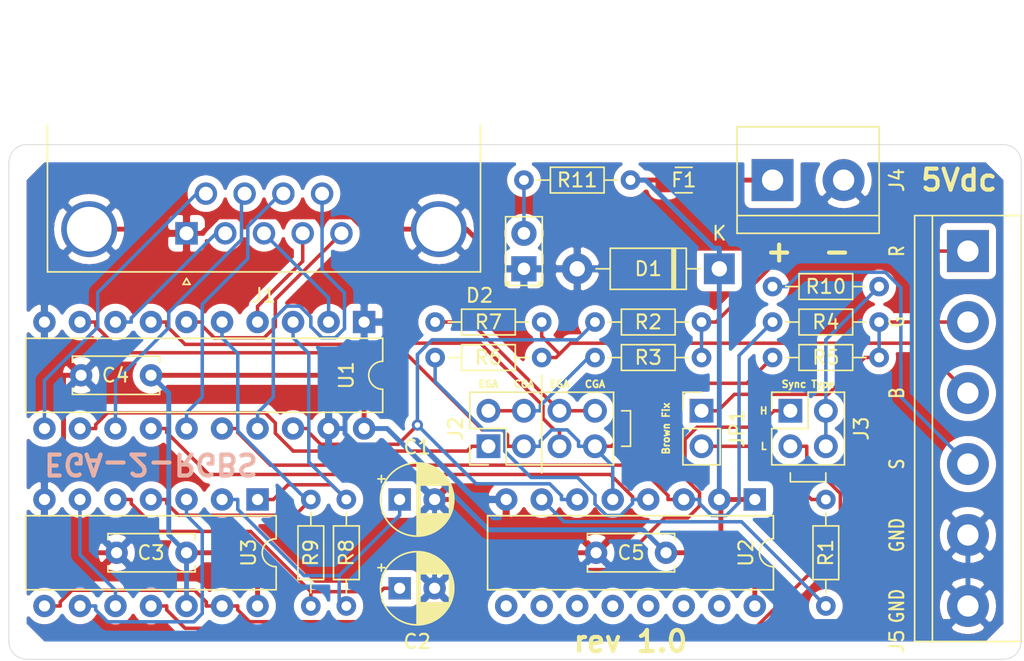
<source format=kicad_pcb>
(kicad_pcb (version 20171130) (host pcbnew 5.1.8-1.fc33)
  (layers (0 F.Cu signal) (31 B.Cu signal) (34 B.Paste user) (35 F.Paste user) (36 B.SilkS user) (37 F.SilkS user) (38 B.Mask user) (39 F.Mask user) (44 Edge.Cuts user))
  (net 0 "")
  (net 1 GND)
  (net 2 "Net-(C1-Pad1)")
  (net 3 "Net-(C2-Pad1)")
  (net 4 VCC)
  (net 5 "Net-(F1-Pad2)")
  (net 6 /IN_VS)
  (net 7 /IN_HS)
  (net 8 /IN_B_I)
  (net 9 /IN_G_I)
  (net 10 /IN_B)
  (net 11 /IN_G)
  (net 12 /IN_R)
  (net 13 /IN_R_I)
  (net 14 /INTENS_B)
  (net 15 /BUF_G_I)
  (net 16 /BUF_B_I)
  (net 17 /INTENS_R)
  (net 18 /BUF_R_I)
  (net 19 "Net-(J3-Pad2)")
  (net 20 /~C_SYNC_TTL)
  (net 21 /C_SYNC_TTL)
  (net 22 /ANALOG_CSYNC)
  (net 23 /ANALOG_R)
  (net 24 /ANALOG_B)
  (net 25 /ANALOG_G)
  (net 26 "Net-(JP1-Pad2)")
  (net 27 "Net-(R1-Pad1)")
  (net 28 /BUF_R)
  (net 29 /BUF_G)
  (net 30 /BUF_B)
  (net 31 /BUF_VS)
  (net 32 /BUF_HS)
  (net 33 "Net-(U3-Pad10)")
  (net 34 "Net-(U3-Pad3)")
  (net 35 "Net-(D2-Pad2)")
  (module Capacitor_THT:CP_Radial_D5.0mm_P2.50mm (layer F.Cu) (at 116.84 67.31)
    (fp_text reference C2 (at 1.25 3.81) (layer F.SilkS))
    (fp_text value 1uF)
    (pad 2 thru_hole circle (at 2.5 0) (size 1.6 1.6) (drill 0.8) (layers *.Cu *.Mask) (net 1 GND))
    (pad 1 thru_hole rect (at 0 0) (size 1.6 1.6) (drill 0.8) (layers *.Cu *.Mask) (net 3 "Net-(C2-Pad1)"))
  )
  (module Capacitor_THT:CP_Radial_D5.0mm_P2.50mm (layer F.Cu) (at 116.84 60.96)
    (fp_text reference C1 (at 1.25 -3.75) (layer F.SilkS))
    (fp_text value 1uF)
    (pad 2 thru_hole circle (at 2.5 0) (size 1.6 1.6) (drill 0.8) (layers *.Cu *.Mask) (net 1 GND))
    (pad 1 thru_hole rect (at 0 0) (size 1.6 1.6) (drill 0.8) (layers *.Cu *.Mask) (net 2 "Net-(C1-Pad1)"))
  )
  (module Resistor_THT:R_Axial_DIN0204_L3.6mm_D1.6mm_P7.62mm_Horizontal (layer F.Cu) (at 125.73 38.1)
    (fp_text reference R11 (at 3.81 0) (layer F.SilkS))
    (fp_text value 1k)
    (pad 2 thru_hole oval (at 7.62 0) (size 1.4 1.4) (drill 0.7) (layers *.Cu *.Mask) (net 4 VCC))
    (pad 1 thru_hole circle (at 0 0) (size 1.4 1.4) (drill 0.7) (layers *.Cu *.Mask) (net 35 "Net-(D2-Pad2)"))
  )
  (module LED_THT:LED_D2.0mm_W4.8mm_H2.5mm_FlatTop (layer F.Cu) (at 125.73 44.45 90)
    (fp_text reference D2 (at -1.905 -3.175) (layer F.SilkS))
    (fp_text value Power)
    (pad 2 thru_hole circle (at 2.54 0 90) (size 1.8 1.8) (drill 0.9) (layers *.Cu *.Mask) (net 35 "Net-(D2-Pad2)"))
    (pad 1 thru_hole rect (at 0 0 90) (size 1.8 1.8) (drill 0.9) (layers *.Cu *.Mask) (net 1 GND))
  )
  (module Diode_THT:D_DO-41_SOD81_P10.16mm_Horizontal (layer F.Cu) (at 139.7 44.45 180)
    (fp_text reference D1 (at 5.08 0) (layer F.SilkS))
    (fp_text value 1N4733A)
    (fp_text user K (at 0 2.54) (layer F.SilkS))
    (pad 2 thru_hole oval (at 10.16 0 180) (size 2.2 2.2) (drill 1.1) (layers *.Cu *.Mask) (net 1 GND))
    (pad 1 thru_hole rect (at 0 0 180) (size 2.2 2.2) (drill 1.1) (layers *.Cu *.Mask) (net 4 VCC))
  )
  (module Package_DIP:DIP-14_W7.62mm (layer F.Cu) (at 106.68 60.96 270)
    (fp_text reference U3 (at 3.81 0.635 90) (layer F.SilkS))
    (fp_text value 74LS86)
    (pad 14 thru_hole oval (at 7.62 0 270) (size 1.6 1.6) (drill 0.8) (layers *.Cu *.Mask) (net 4 VCC))
    (pad 7 thru_hole oval (at 0 15.24 270) (size 1.6 1.6) (drill 0.8) (layers *.Cu *.Mask) (net 1 GND))
    (pad 13 thru_hole oval (at 7.62 2.54 270) (size 1.6 1.6) (drill 0.8) (layers *.Cu *.Mask) (net 21 /C_SYNC_TTL))
    (pad 6 thru_hole oval (at 0 12.7 270) (size 1.6 1.6) (drill 0.8) (layers *.Cu *.Mask) (net 33 "Net-(U3-Pad10)"))
    (pad 12 thru_hole oval (at 7.62 5.08 270) (size 1.6 1.6) (drill 0.8) (layers *.Cu *.Mask) (net 4 VCC))
    (pad 5 thru_hole oval (at 0 10.16 270) (size 1.6 1.6) (drill 0.8) (layers *.Cu *.Mask) (net 3 "Net-(C2-Pad1)"))
    (pad 11 thru_hole oval (at 7.62 7.62 270) (size 1.6 1.6) (drill 0.8) (layers *.Cu *.Mask) (net 20 /~C_SYNC_TTL))
    (pad 4 thru_hole oval (at 0 7.62 270) (size 1.6 1.6) (drill 0.8) (layers *.Cu *.Mask) (net 32 /BUF_HS))
    (pad 10 thru_hole oval (at 7.62 10.16 270) (size 1.6 1.6) (drill 0.8) (layers *.Cu *.Mask) (net 33 "Net-(U3-Pad10)"))
    (pad 3 thru_hole oval (at 0 5.08 270) (size 1.6 1.6) (drill 0.8) (layers *.Cu *.Mask) (net 34 "Net-(U3-Pad3)"))
    (pad 9 thru_hole oval (at 7.62 12.7 270) (size 1.6 1.6) (drill 0.8) (layers *.Cu *.Mask) (net 34 "Net-(U3-Pad3)"))
    (pad 2 thru_hole oval (at 0 2.54 270) (size 1.6 1.6) (drill 0.8) (layers *.Cu *.Mask) (net 2 "Net-(C1-Pad1)"))
    (pad 8 thru_hole oval (at 7.62 15.24 270) (size 1.6 1.6) (drill 0.8) (layers *.Cu *.Mask) (net 21 /C_SYNC_TTL))
    (pad 1 thru_hole rect (at 0 0 270) (size 1.6 1.6) (drill 0.8) (layers *.Cu *.Mask) (net 31 /BUF_VS))
  )
  (module Package_DIP:DIP-16_W7.62mm (layer F.Cu) (at 142.24 60.96 270)
    (fp_text reference U2 (at 3.81 0.635 90) (layer F.SilkS))
    (fp_text value 74LS138)
    (pad 16 thru_hole oval (at 7.62 0 270) (size 1.6 1.6) (drill 0.8) (layers *.Cu *.Mask) (net 4 VCC))
    (pad 8 thru_hole oval (at 0 17.78 270) (size 1.6 1.6) (drill 0.8) (layers *.Cu *.Mask) (net 1 GND))
    (pad 15 thru_hole oval (at 7.62 2.54 270) (size 1.6 1.6) (drill 0.8) (layers *.Cu *.Mask))
    (pad 7 thru_hole oval (at 0 15.24 270) (size 1.6 1.6) (drill 0.8) (layers *.Cu *.Mask) (net 27 "Net-(R1-Pad1)"))
    (pad 14 thru_hole oval (at 7.62 5.08 270) (size 1.6 1.6) (drill 0.8) (layers *.Cu *.Mask))
    (pad 6 thru_hole oval (at 0 12.7 270) (size 1.6 1.6) (drill 0.8) (layers *.Cu *.Mask) (net 28 /BUF_R))
    (pad 13 thru_hole oval (at 7.62 7.62 270) (size 1.6 1.6) (drill 0.8) (layers *.Cu *.Mask))
    (pad 5 thru_hole oval (at 0 10.16 270) (size 1.6 1.6) (drill 0.8) (layers *.Cu *.Mask) (net 15 /BUF_G_I))
    (pad 12 thru_hole oval (at 7.62 10.16 270) (size 1.6 1.6) (drill 0.8) (layers *.Cu *.Mask))
    (pad 4 thru_hole oval (at 0 7.62 270) (size 1.6 1.6) (drill 0.8) (layers *.Cu *.Mask) (net 30 /BUF_B))
    (pad 11 thru_hole oval (at 7.62 12.7 270) (size 1.6 1.6) (drill 0.8) (layers *.Cu *.Mask))
    (pad 3 thru_hole oval (at 0 5.08 270) (size 1.6 1.6) (drill 0.8) (layers *.Cu *.Mask) (net 29 /BUF_G))
    (pad 10 thru_hole oval (at 7.62 15.24 270) (size 1.6 1.6) (drill 0.8) (layers *.Cu *.Mask))
    (pad 2 thru_hole oval (at 0 2.54 270) (size 1.6 1.6) (drill 0.8) (layers *.Cu *.Mask) (net 4 VCC))
    (pad 9 thru_hole oval (at 7.62 17.78 270) (size 1.6 1.6) (drill 0.8) (layers *.Cu *.Mask))
    (pad 1 thru_hole rect (at 0 0 270) (size 1.6 1.6) (drill 0.8) (layers *.Cu *.Mask) (net 4 VCC))
  )
  (module Package_DIP:DIP-20_W7.62mm (layer F.Cu) (at 114.3 48.26 270)
    (fp_text reference U1 (at 3.81 1.27 90) (layer F.SilkS))
    (fp_text value 74LS244)
    (pad 20 thru_hole oval (at 7.62 0 270) (size 1.6 1.6) (drill 0.8) (layers *.Cu *.Mask) (net 4 VCC))
    (pad 10 thru_hole oval (at 0 22.86 270) (size 1.6 1.6) (drill 0.8) (layers *.Cu *.Mask) (net 1 GND))
    (pad 19 thru_hole oval (at 7.62 2.54 270) (size 1.6 1.6) (drill 0.8) (layers *.Cu *.Mask) (net 1 GND))
    (pad 9 thru_hole oval (at 0 20.32 270) (size 1.6 1.6) (drill 0.8) (layers *.Cu *.Mask) (net 15 /BUF_G_I))
    (pad 18 thru_hole oval (at 7.62 5.08 270) (size 1.6 1.6) (drill 0.8) (layers *.Cu *.Mask) (net 28 /BUF_R))
    (pad 8 thru_hole oval (at 0 17.78 270) (size 1.6 1.6) (drill 0.8) (layers *.Cu *.Mask) (net 13 /IN_R_I))
    (pad 17 thru_hole oval (at 7.62 7.62 270) (size 1.6 1.6) (drill 0.8) (layers *.Cu *.Mask) (net 6 /IN_VS))
    (pad 7 thru_hole oval (at 0 15.24 270) (size 1.6 1.6) (drill 0.8) (layers *.Cu *.Mask) (net 16 /BUF_B_I))
    (pad 16 thru_hole oval (at 7.62 10.16 270) (size 1.6 1.6) (drill 0.8) (layers *.Cu *.Mask) (net 29 /BUF_G))
    (pad 6 thru_hole oval (at 0 12.7 270) (size 1.6 1.6) (drill 0.8) (layers *.Cu *.Mask) (net 10 /IN_B))
    (pad 15 thru_hole oval (at 7.62 12.7 270) (size 1.6 1.6) (drill 0.8) (layers *.Cu *.Mask) (net 7 /IN_HS))
    (pad 5 thru_hole oval (at 0 10.16 270) (size 1.6 1.6) (drill 0.8) (layers *.Cu *.Mask) (net 32 /BUF_HS))
    (pad 14 thru_hole oval (at 7.62 15.24 270) (size 1.6 1.6) (drill 0.8) (layers *.Cu *.Mask) (net 30 /BUF_B))
    (pad 4 thru_hole oval (at 0 7.62 270) (size 1.6 1.6) (drill 0.8) (layers *.Cu *.Mask) (net 11 /IN_G))
    (pad 13 thru_hole oval (at 7.62 17.78 270) (size 1.6 1.6) (drill 0.8) (layers *.Cu *.Mask) (net 8 /IN_B_I))
    (pad 3 thru_hole oval (at 0 5.08 270) (size 1.6 1.6) (drill 0.8) (layers *.Cu *.Mask) (net 31 /BUF_VS))
    (pad 12 thru_hole oval (at 7.62 20.32 270) (size 1.6 1.6) (drill 0.8) (layers *.Cu *.Mask) (net 18 /BUF_R_I))
    (pad 2 thru_hole oval (at 0 2.54 270) (size 1.6 1.6) (drill 0.8) (layers *.Cu *.Mask) (net 12 /IN_R))
    (pad 11 thru_hole oval (at 7.62 22.86 270) (size 1.6 1.6) (drill 0.8) (layers *.Cu *.Mask) (net 9 /IN_G_I))
    (pad 1 thru_hole rect (at 0 0 270) (size 1.6 1.6) (drill 0.8) (layers *.Cu *.Mask) (net 1 GND))
  )
  (module Resistor_THT:R_Axial_DIN0204_L3.6mm_D1.6mm_P7.62mm_Horizontal (layer F.Cu) (at 151.13 45.72 180)
    (fp_text reference R10 (at 3.81 0) (layer F.SilkS))
    (fp_text value 470)
    (pad 2 thru_hole oval (at 7.62 0 180) (size 1.4 1.4) (drill 0.7) (layers *.Cu *.Mask) (net 22 /ANALOG_CSYNC))
    (pad 1 thru_hole circle (at 0 0 180) (size 1.4 1.4) (drill 0.7) (layers *.Cu *.Mask) (net 19 "Net-(J3-Pad2)"))
  )
  (module Resistor_THT:R_Axial_DIN0204_L3.6mm_D1.6mm_P7.62mm_Horizontal (layer F.Cu) (at 110.49 60.96 270)
    (fp_text reference R9 (at 3.81 0 90) (layer F.SilkS))
    (fp_text value 10k)
    (pad 2 thru_hole oval (at 7.62 0 270) (size 1.4 1.4) (drill 0.7) (layers *.Cu *.Mask) (net 3 "Net-(C2-Pad1)"))
    (pad 1 thru_hole circle (at 0 0 270) (size 1.4 1.4) (drill 0.7) (layers *.Cu *.Mask) (net 32 /BUF_HS))
  )
  (module Resistor_THT:R_Axial_DIN0204_L3.6mm_D1.6mm_P7.62mm_Horizontal (layer F.Cu) (at 113.03 60.96 270)
    (fp_text reference R8 (at 3.81 0 90) (layer F.SilkS))
    (fp_text value 10k)
    (pad 2 thru_hole oval (at 7.62 0 270) (size 1.4 1.4) (drill 0.7) (layers *.Cu *.Mask) (net 2 "Net-(C1-Pad1)"))
    (pad 1 thru_hole circle (at 0 0 270) (size 1.4 1.4) (drill 0.7) (layers *.Cu *.Mask) (net 31 /BUF_VS))
  )
  (module Resistor_THT:R_Axial_DIN0204_L3.6mm_D1.6mm_P7.62mm_Horizontal (layer F.Cu) (at 119.38 48.26)
    (fp_text reference R7 (at 3.81 0) (layer F.SilkS))
    (fp_text value 1.5k)
    (pad 2 thru_hole oval (at 7.62 0) (size 1.4 1.4) (drill 0.7) (layers *.Cu *.Mask) (net 24 /ANALOG_B))
    (pad 1 thru_hole circle (at 0 0) (size 1.4 1.4) (drill 0.7) (layers *.Cu *.Mask) (net 14 /INTENS_B))
  )
  (module Resistor_THT:R_Axial_DIN0204_L3.6mm_D1.6mm_P7.62mm_Horizontal (layer F.Cu) (at 119.38 50.8)
    (fp_text reference R6 (at 3.81 0) (layer F.SilkS))
    (fp_text value 470)
    (pad 2 thru_hole oval (at 7.62 0) (size 1.4 1.4) (drill 0.7) (layers *.Cu *.Mask) (net 24 /ANALOG_B))
    (pad 1 thru_hole circle (at 0 0) (size 1.4 1.4) (drill 0.7) (layers *.Cu *.Mask) (net 30 /BUF_B))
  )
  (module Resistor_THT:R_Axial_DIN0204_L3.6mm_D1.6mm_P7.62mm_Horizontal (layer F.Cu) (at 143.51 50.8)
    (fp_text reference R5 (at 3.81 0) (layer F.SilkS))
    (fp_text value 1.5k)
    (pad 2 thru_hole oval (at 7.62 0) (size 1.4 1.4) (drill 0.7) (layers *.Cu *.Mask) (net 25 /ANALOG_G))
    (pad 1 thru_hole circle (at 0 0) (size 1.4 1.4) (drill 0.7) (layers *.Cu *.Mask) (net 15 /BUF_G_I))
  )
  (module Resistor_THT:R_Axial_DIN0204_L3.6mm_D1.6mm_P7.62mm_Horizontal (layer F.Cu) (at 143.51 48.26)
    (fp_text reference R4 (at 3.81 0) (layer F.SilkS))
    (fp_text value 470)
    (pad 2 thru_hole oval (at 7.62 0) (size 1.4 1.4) (drill 0.7) (layers *.Cu *.Mask) (net 25 /ANALOG_G))
    (pad 1 thru_hole circle (at 0 0) (size 1.4 1.4) (drill 0.7) (layers *.Cu *.Mask) (net 29 /BUF_G))
  )
  (module Resistor_THT:R_Axial_DIN0204_L3.6mm_D1.6mm_P7.62mm_Horizontal (layer F.Cu) (at 130.81 50.8)
    (fp_text reference R3 (at 3.81 0) (layer F.SilkS))
    (fp_text value 1.5k)
    (pad 2 thru_hole oval (at 7.62 0) (size 1.4 1.4) (drill 0.7) (layers *.Cu *.Mask) (net 23 /ANALOG_R))
    (pad 1 thru_hole circle (at 0 0) (size 1.4 1.4) (drill 0.7) (layers *.Cu *.Mask) (net 17 /INTENS_R))
  )
  (module Resistor_THT:R_Axial_DIN0204_L3.6mm_D1.6mm_P7.62mm_Horizontal (layer F.Cu) (at 130.81 48.26)
    (fp_text reference R2 (at 3.81 0) (layer F.SilkS))
    (fp_text value 470)
    (pad 2 thru_hole oval (at 7.62 0) (size 1.4 1.4) (drill 0.7) (layers *.Cu *.Mask) (net 23 /ANALOG_R))
    (pad 1 thru_hole circle (at 0 0) (size 1.4 1.4) (drill 0.7) (layers *.Cu *.Mask) (net 28 /BUF_R))
  )
  (module Resistor_THT:R_Axial_DIN0204_L3.6mm_D1.6mm_P7.62mm_Horizontal (layer F.Cu) (at 147.32 68.58 90)
    (fp_text reference R1 (at 3.81 0 90) (layer F.SilkS))
    (fp_text value 2k)
    (pad 2 thru_hole oval (at 7.62 0 90) (size 1.4 1.4) (drill 0.7) (layers *.Cu *.Mask) (net 26 "Net-(JP1-Pad2)"))
    (pad 1 thru_hole circle (at 0 0 90) (size 1.4 1.4) (drill 0.7) (layers *.Cu *.Mask) (net 27 "Net-(R1-Pad1)"))
  )
  (module Connector_PinHeader_2.54mm:PinHeader_1x02_P2.54mm_Vertical (layer F.Cu) (at 138.43 54.61)
    (fp_text reference JP1 (at 2.54 1.27 90) (layer F.SilkS))
    (fp_text value "C128 Color Fix")
    (pad 2 thru_hole oval (at 0 2.54) (size 1.7 1.7) (drill 1) (layers *.Cu *.Mask) (net 26 "Net-(JP1-Pad2)"))
    (pad 1 thru_hole rect (at 0 0) (size 1.7 1.7) (drill 1) (layers *.Cu *.Mask) (net 25 /ANALOG_G))
  )
  (module TerminalBlock:TerminalBlock_bornier-6_P5.08mm (layer F.Cu) (at 157.48 43.18 270)
    (fp_text reference J5 (at 27.94 5.08 90) (layer F.SilkS))
    (fp_text value "Video Out")
    (pad 6 thru_hole circle (at 25.4 0 270) (size 3 3) (drill 1.52) (layers *.Cu *.Mask) (net 1 GND))
    (pad 5 thru_hole circle (at 20.32 0 270) (size 3 3) (drill 1.52) (layers *.Cu *.Mask) (net 1 GND))
    (pad 4 thru_hole circle (at 15.24 0 270) (size 3 3) (drill 1.52) (layers *.Cu *.Mask) (net 22 /ANALOG_CSYNC))
    (pad 1 thru_hole rect (at 0 0 270) (size 3 3) (drill 1.52) (layers *.Cu *.Mask) (net 23 /ANALOG_R))
    (pad 3 thru_hole circle (at 10.16 0 270) (size 3 3) (drill 1.52) (layers *.Cu *.Mask) (net 24 /ANALOG_B))
    (pad 2 thru_hole circle (at 5.08 0 270) (size 3 3) (drill 1.52) (layers *.Cu *.Mask) (net 25 /ANALOG_G))
  )
  (module TerminalBlock:TerminalBlock_bornier-2_P5.08mm (layer F.Cu) (at 143.51 38.1)
    (fp_text reference J4 (at 8.89 0 90) (layer F.SilkS))
    (fp_text value Power)
    (pad 2 thru_hole circle (at 5.08 0) (size 3 3) (drill 1.52) (layers *.Cu *.Mask) (net 1 GND))
    (pad 1 thru_hole rect (at 0 0) (size 3 3) (drill 1.52) (layers *.Cu *.Mask) (net 5 "Net-(F1-Pad2)"))
  )
  (module Connector_PinHeader_2.54mm:PinHeader_2x02_P2.54mm_Vertical (layer F.Cu) (at 144.78 54.61)
    (fp_text reference J3 (at 5.08 1.27 -270) (layer F.SilkS))
    (fp_text value "CSync Selection")
    (pad 4 thru_hole oval (at 2.54 2.54) (size 1.7 1.7) (drill 1) (layers *.Cu *.Mask) (net 19 "Net-(J3-Pad2)"))
    (pad 3 thru_hole oval (at 0 2.54) (size 1.7 1.7) (drill 1) (layers *.Cu *.Mask) (net 20 /~C_SYNC_TTL))
    (pad 2 thru_hole oval (at 2.54 0) (size 1.7 1.7) (drill 1) (layers *.Cu *.Mask) (net 19 "Net-(J3-Pad2)"))
    (pad 1 thru_hole rect (at 0 0) (size 1.7 1.7) (drill 1) (layers *.Cu *.Mask) (net 21 /C_SYNC_TTL))
  )
  (module Connector_PinHeader_2.54mm:PinHeader_2x04_P2.54mm_Vertical (layer F.Cu) (at 123.19 57.15 90)
    (fp_text reference J2 (at 1.27 -2.33 90) (layer F.SilkS))
    (fp_text value "CGA/EGA Selection")
    (pad 8 thru_hole oval (at 2.54 7.62 90) (size 1.7 1.7) (drill 1) (layers *.Cu *.Mask) (net 14 /INTENS_B))
    (pad 7 thru_hole oval (at 0 7.62 90) (size 1.7 1.7) (drill 1) (layers *.Cu *.Mask) (net 15 /BUF_G_I))
    (pad 6 thru_hole oval (at 2.54 5.08 90) (size 1.7 1.7) (drill 1) (layers *.Cu *.Mask) (net 14 /INTENS_B))
    (pad 5 thru_hole oval (at 0 5.08 90) (size 1.7 1.7) (drill 1) (layers *.Cu *.Mask) (net 16 /BUF_B_I))
    (pad 4 thru_hole oval (at 2.54 2.54 90) (size 1.7 1.7) (drill 1) (layers *.Cu *.Mask) (net 17 /INTENS_R))
    (pad 3 thru_hole oval (at 0 2.54 90) (size 1.7 1.7) (drill 1) (layers *.Cu *.Mask) (net 15 /BUF_G_I))
    (pad 2 thru_hole oval (at 2.54 0 90) (size 1.7 1.7) (drill 1) (layers *.Cu *.Mask) (net 17 /INTENS_R))
    (pad 1 thru_hole rect (at 0 0 90) (size 1.7 1.7) (drill 1) (layers *.Cu *.Mask) (net 18 /BUF_R_I))
  )
  (module Connector_Dsub:DSUB-9_Female_Horizontal_P2.77x2.84mm_EdgePinOffset4.94mm_Housed_MountingHolesOffset7.48mm (layer F.Cu) (at 101.6 41.91 180)
    (fp_text reference J1 (at -5.54 -4.445) (layer F.SilkS))
    (fp_text value "EGA Input")
    (pad 0 thru_hole circle (at 6.96 0.3 180) (size 4 4) (drill 3.2) (layers *.Cu *.Mask) (net 1 GND))
    (pad 0 thru_hole circle (at -18.04 0.3 180) (size 4 4) (drill 3.2) (layers *.Cu *.Mask) (net 1 GND))
    (pad 9 thru_hole circle (at -9.695 2.84 180) (size 1.6 1.6) (drill 1) (layers *.Cu *.Mask) (net 6 /IN_VS))
    (pad 8 thru_hole circle (at -6.925 2.84 180) (size 1.6 1.6) (drill 1) (layers *.Cu *.Mask) (net 7 /IN_HS))
    (pad 7 thru_hole circle (at -4.155 2.84 180) (size 1.6 1.6) (drill 1) (layers *.Cu *.Mask) (net 8 /IN_B_I))
    (pad 6 thru_hole circle (at -1.385 2.84 180) (size 1.6 1.6) (drill 1) (layers *.Cu *.Mask) (net 9 /IN_G_I))
    (pad 5 thru_hole circle (at -11.08 0 180) (size 1.6 1.6) (drill 1) (layers *.Cu *.Mask) (net 10 /IN_B))
    (pad 4 thru_hole circle (at -8.31 0 180) (size 1.6 1.6) (drill 1) (layers *.Cu *.Mask) (net 11 /IN_G))
    (pad 3 thru_hole circle (at -5.54 0 180) (size 1.6 1.6) (drill 1) (layers *.Cu *.Mask) (net 12 /IN_R))
    (pad 2 thru_hole circle (at -2.77 0 180) (size 1.6 1.6) (drill 1) (layers *.Cu *.Mask) (net 13 /IN_R_I))
    (pad 1 thru_hole rect (at 0 0 180) (size 1.6 1.6) (drill 1) (layers *.Cu *.Mask) (net 1 GND))
  )
  (module Fuse:Fuse_1206_3216Metric (layer F.Cu) (at 137.16 38.1)
    (fp_text reference F1 (at 0 0) (layer F.SilkS))
    (fp_text value 250mA)
    (pad 2 smd roundrect (at 1.4 0) (size 1.25 1.75) (layers F.Cu F.Paste F.Mask) (roundrect_rratio 0.2) (net 5 "Net-(F1-Pad2)"))
    (pad 1 smd roundrect (at -1.4 0) (size 1.25 1.75) (layers F.Cu F.Paste F.Mask) (roundrect_rratio 0.2) (net 4 VCC))
  )
  (module Capacitor_THT:C_Disc_D6.0mm_W2.5mm_P5.00mm (layer F.Cu) (at 135.89 64.77 180)
    (fp_text reference C5 (at 2.5 0) (layer F.SilkS))
    (fp_text value 100nF)
    (pad 2 thru_hole circle (at 5 0 180) (size 1.6 1.6) (drill 0.8) (layers *.Cu *.Mask) (net 1 GND))
    (pad 1 thru_hole circle (at 0 0 180) (size 1.6 1.6) (drill 0.8) (layers *.Cu *.Mask) (net 4 VCC))
  )
  (module Capacitor_THT:C_Disc_D6.0mm_W2.5mm_P5.00mm (layer F.Cu) (at 99.06 52.07 180)
    (fp_text reference C4 (at 2.54 0) (layer F.SilkS))
    (fp_text value 100nF)
    (pad 2 thru_hole circle (at 5 0 180) (size 1.6 1.6) (drill 0.8) (layers *.Cu *.Mask) (net 1 GND))
    (pad 1 thru_hole circle (at 0 0 180) (size 1.6 1.6) (drill 0.8) (layers *.Cu *.Mask) (net 4 VCC))
  )
  (module Capacitor_THT:C_Disc_D6.0mm_W2.5mm_P5.00mm (layer F.Cu) (at 101.6 64.77 180)
    (fp_text reference C3 (at 2.54 0) (layer F.SilkS))
    (fp_text value 100nF)
    (pad 2 thru_hole circle (at 5 0 180) (size 1.6 1.6) (drill 0.8) (layers *.Cu *.Mask) (net 1 GND))
    (pad 1 thru_hole circle (at 0 0 180) (size 1.6 1.6) (drill 0.8) (layers *.Cu *.Mask) (net 4 VCC))
  )
  (gr_text EGA-2-RGBS (at 99.06 58.42 180) (layer B.SilkS) (effects (font (size 1.5 1.5) (thickness 0.3)) (justify mirror)))
  (gr_text "rev 1.0" (at 133.35 71.12) (layer F.SilkS) (effects (font (size 1.5 1.5) (thickness 0.3))))
  (gr_line (start 147.32 59.69) (end 147.32 59.055) (layer F.SilkS) (width 0.12))
  (gr_line (start 144.78 59.69) (end 147.32 59.69) (layer F.SilkS) (width 0.12))
  (gr_line (start 144.78 59.055) (end 144.78 59.69) (layer F.SilkS) (width 0.12))
  (gr_text L (at 142.875 57.15) (layer F.SilkS) (effects (font (size 0.5 0.5) (thickness 0.125))))
  (gr_text H (at 142.875 54.61) (layer F.SilkS) (effects (font (size 0.5 0.5) (thickness 0.125))))
  (gr_text "Sync Type" (at 146.05 52.705) (layer F.SilkS) (effects (font (size 0.5 0.5) (thickness 0.125))))
  (gr_line (start 133.35 57.15) (end 132.715 57.15) (layer F.SilkS) (width 0.12))
  (gr_line (start 133.35 54.61) (end 133.35 57.15) (layer F.SilkS) (width 0.12))
  (gr_line (start 132.715 54.61) (end 133.35 54.61) (layer F.SilkS) (width 0.12))
  (gr_line (start 127 58.42) (end 127 59.055) (layer F.SilkS) (width 0.12))
  (gr_line (start 127 52.705) (end 127 52.07) (layer F.SilkS) (width 0.12))
  (gr_line (start 127 52.705) (end 127 58.42) (layer F.SilkS) (width 0.12))
  (gr_text CGA (at 130.81 52.705) (layer F.SilkS) (effects (font (size 0.5 0.5) (thickness 0.125))))
  (gr_text CGA (at 125.73 52.705) (layer F.SilkS) (effects (font (size 0.5 0.5) (thickness 0.125))))
  (gr_text EGA (at 128.27 52.705) (layer F.SilkS) (effects (font (size 0.5 0.5) (thickness 0.125))))
  (gr_text EGA (at 123.19 52.705) (layer F.SilkS) (effects (font (size 0.5 0.5) (thickness 0.125))))
  (gr_text "Brown Fix" (at 135.89 55.88 90) (layer F.SilkS) (effects (font (size 0.5 0.5) (thickness 0.125))))
  (gr_text R (at 152.4 43.18 90) (layer F.SilkS) (effects (font (size 1 0.8))))
  (gr_text G (at 152.4 48.26 90) (layer F.SilkS) (effects (font (size 1 0.8))))
  (gr_text B (at 152.4 53.34 90) (layer F.SilkS) (effects (font (size 1 0.8))))
  (gr_text S (at 152.4 58.42 90) (layer F.SilkS) (effects (font (size 1 0.8))))
  (gr_text GND (at 152.4 63.5 90) (layer F.SilkS) (effects (font (size 1 0.8))))
  (gr_text GND (at 152.4 68.58 90) (layer F.SilkS) (effects (font (size 1 0.8))))
  (gr_text "+  -" (at 146.05 43.18) (layer F.SilkS) (effects (font (size 1.5 1.5) (thickness 0.3))))
  (gr_text 5Vdc (at 156.845 38.1) (layer F.SilkS) (effects (font (size 1.5 1.5) (thickness 0.3))))
  (gr_line (start 90.17 72.39) (end 160.02 72.39) (layer Edge.Cuts) (width 0.05))
  (gr_line (start 161.29 71.12) (end 161.29 36.83) (layer Edge.Cuts) (width 0.05))
  (gr_arc (start 160.02 71.12) (end 160.02 72.39) (angle -90) (layer Edge.Cuts) (width 0.05))
  (gr_line (start 88.9 71.12) (end 88.9 36.83) (layer Edge.Cuts) (width 0.05))
  (gr_arc (start 90.17 71.12) (end 88.9 71.12) (angle -90) (layer Edge.Cuts) (width 0.05))
  (gr_line (start 160.02 35.56) (end 90.17 35.56) (layer Edge.Cuts) (width 0.05))
  (gr_arc (start 160.02 36.83) (end 161.29 36.83) (angle -90) (layer Edge.Cuts) (width 0.05))
  (gr_arc (start 90.17 36.83) (end 90.17 35.56) (angle -90) (layer Edge.Cuts) (width 0.05))
  (segment (start 130.89 64.77) (end 133.0519 66.9319) (width 0.35) (layer B.Cu) (net 1))
  (segment (start 133.0519 66.9319) (end 142.2648 66.9319) (width 0.35) (layer B.Cu) (net 1))
  (segment (start 142.2648 66.9319) (end 145.021 69.6881) (width 0.35) (layer B.Cu) (net 1))
  (segment (start 145.021 69.6881) (end 156.3719 69.6881) (width 0.35) (layer B.Cu) (net 1))
  (segment (start 156.3719 69.6881) (end 157.48 68.58) (width 0.35) (layer B.Cu) (net 1))
  (segment (start 129.54 44.45) (end 131.0153 44.45) (width 0.35) (layer F.Cu) (net 1))
  (segment (start 131.0153 44.45) (end 132.4906 42.9747) (width 0.35) (layer F.Cu) (net 1))
  (segment (start 132.4906 42.9747) (end 143.7153 42.9747) (width 0.35) (layer F.Cu) (net 1))
  (segment (start 143.7153 42.9747) (end 148.59 38.1) (width 0.35) (layer F.Cu) (net 1))
  (segment (start 125.73 44.45) (end 129.54 44.45) (width 0.35) (layer F.Cu) (net 1))
  (segment (start 114.3 41.61) (end 113.4246 40.7346) (width 0.35) (layer F.Cu) (net 1))
  (segment (start 113.4246 40.7346) (end 103.8772 40.7346) (width 0.35) (layer F.Cu) (net 1))
  (segment (start 103.8772 40.7346) (end 102.7753 41.8365) (width 0.35) (layer F.Cu) (net 1))
  (segment (start 102.7753 41.8365) (end 102.7753 41.91) (width 0.35) (layer F.Cu) (net 1))
  (segment (start 114.3 48.26) (end 114.3 41.61) (width 0.35) (layer F.Cu) (net 1))
  (segment (start 114.3 41.61) (end 119.64 41.61) (width 0.35) (layer F.Cu) (net 1))
  (segment (start 119.64 41.61) (end 121.6147 41.61) (width 0.35) (layer F.Cu) (net 1))
  (segment (start 121.6147 41.61) (end 124.4547 44.45) (width 0.35) (layer F.Cu) (net 1))
  (segment (start 125.73 44.45) (end 124.4547 44.45) (width 0.35) (layer F.Cu) (net 1))
  (segment (start 101.6 41.91) (end 100.4247 41.91) (width 0.35) (layer F.Cu) (net 1))
  (segment (start 94.64 41.61) (end 100.1247 41.61) (width 0.35) (layer F.Cu) (net 1))
  (segment (start 100.1247 41.61) (end 100.4247 41.91) (width 0.35) (layer F.Cu) (net 1))
  (segment (start 91.44 60.96) (end 91.44 59.7847) (width 0.35) (layer F.Cu) (net 1))
  (segment (start 92.8046 52.07) (end 92.8046 58.4201) (width 0.35) (layer F.Cu) (net 1))
  (segment (start 92.8046 58.4201) (end 91.44 59.7847) (width 0.35) (layer F.Cu) (net 1))
  (segment (start 92.8046 52.07) (end 92.71 52.07) (width 0.35) (layer F.Cu) (net 1))
  (segment (start 92.71 52.07) (end 91.44 50.8) (width 0.35) (layer F.Cu) (net 1))
  (segment (start 91.44 50.8) (end 91.44 48.26) (width 0.35) (layer F.Cu) (net 1))
  (segment (start 94.06 52.07) (end 92.8046 52.07) (width 0.35) (layer F.Cu) (net 1))
  (segment (start 119.34 60.96) (end 124.46 60.96) (width 0.35) (layer F.Cu) (net 1))
  (segment (start 114.3 48.26) (end 114.3 49.4353) (width 0.35) (layer B.Cu) (net 1))
  (segment (start 114.3 49.4353) (end 112.9353 50.8) (width 0.35) (layer B.Cu) (net 1))
  (segment (start 112.9353 50.8) (end 112.9353 55.88) (width 0.35) (layer B.Cu) (net 1))
  (segment (start 101.6 41.91) (end 102.7753 41.91) (width 0.35) (layer F.Cu) (net 1))
  (segment (start 112.9353 55.88) (end 112.9353 56.2474) (width 0.35) (layer B.Cu) (net 1))
  (segment (start 112.9353 56.2474) (end 113.7432 57.0553) (width 0.35) (layer B.Cu) (net 1))
  (segment (start 113.7432 57.0553) (end 115.4353 57.0553) (width 0.35) (layer B.Cu) (net 1))
  (segment (start 115.4353 57.0553) (end 119.34 60.96) (width 0.35) (layer B.Cu) (net 1))
  (segment (start 119.34 60.96) (end 119.34 67.31) (width 0.35) (layer B.Cu) (net 1))
  (segment (start 111.76 55.88) (end 112.9353 55.88) (width 0.35) (layer B.Cu) (net 1))
  (segment (start 157.48 68.58) (end 157.48 63.5) (width 0.35) (layer B.Cu) (net 1))
  (segment (start 91.44 48.26) (end 91.44 44.81) (width 0.35) (layer B.Cu) (net 1))
  (segment (start 91.44 44.81) (end 94.64 41.61) (width 0.35) (layer B.Cu) (net 1))
  (segment (start 130.89 64.77) (end 125.73 64.77) (width 0.35) (layer F.Cu) (net 1))
  (segment (start 125.73 64.77) (end 124.46 63.5) (width 0.35) (layer F.Cu) (net 1))
  (segment (start 124.46 63.5) (end 124.46 60.96) (width 0.35) (layer F.Cu) (net 1))
  (segment (start 96.6 64.77) (end 92.71 64.77) (width 0.35) (layer F.Cu) (net 1))
  (segment (start 92.71 64.77) (end 91.44 63.5) (width 0.35) (layer F.Cu) (net 1))
  (segment (start 91.44 63.5) (end 91.44 60.96) (width 0.35) (layer F.Cu) (net 1))
  (segment (start 104.14 60.96) (end 105.2653 60.96) (width 0.25) (layer B.Cu) (net 2))
  (segment (start 112.5174 66.4079) (end 116.84 62.0853) (width 0.25) (layer B.Cu) (net 2))
  (segment (start 112.5174 68.58) (end 112.5174 66.4079) (width 0.25) (layer B.Cu) (net 2))
  (segment (start 105.2653 60.96) (end 105.2653 61.6633) (width 0.25) (layer B.Cu) (net 2))
  (segment (start 105.2653 61.6633) (end 110.0099 66.4079) (width 0.25) (layer B.Cu) (net 2))
  (segment (start 110.0099 66.4079) (end 112.5174 66.4079) (width 0.25) (layer B.Cu) (net 2))
  (segment (start 116.84 60.96) (end 116.84 62.0853) (width 0.25) (layer B.Cu) (net 2))
  (segment (start 113.03 68.58) (end 112.5174 68.58) (width 0.25) (layer B.Cu) (net 2))
  (segment (start 116.84 67.31) (end 115.7147 67.31) (width 0.25) (layer F.Cu) (net 3))
  (segment (start 97.6453 60.96) (end 97.6453 61.2413) (width 0.25) (layer F.Cu) (net 3))
  (segment (start 97.6453 61.2413) (end 99.6473 63.2433) (width 0.25) (layer F.Cu) (net 3))
  (segment (start 99.6473 63.2433) (end 106.1786 63.2433) (width 0.25) (layer F.Cu) (net 3))
  (segment (start 106.1786 63.2433) (end 110.49 67.5547) (width 0.25) (layer F.Cu) (net 3))
  (segment (start 110.49 67.5547) (end 115.47 67.5547) (width 0.25) (layer F.Cu) (net 3))
  (segment (start 115.47 67.5547) (end 115.7147 67.31) (width 0.25) (layer F.Cu) (net 3))
  (segment (start 110.49 68.58) (end 110.49 67.5547) (width 0.25) (layer F.Cu) (net 3))
  (segment (start 96.52 60.96) (end 97.6453 60.96) (width 0.25) (layer F.Cu) (net 3))
  (segment (start 139.7 44.45) (end 139.7 42.9747) (width 0.35) (layer B.Cu) (net 4))
  (segment (start 133.35 38.1) (end 134.4253 38.1) (width 0.35) (layer B.Cu) (net 4))
  (segment (start 134.4253 38.1) (end 139.3 42.9747) (width 0.35) (layer B.Cu) (net 4))
  (segment (start 139.3 42.9747) (end 139.7 42.9747) (width 0.35) (layer B.Cu) (net 4))
  (segment (start 139.7 60.96) (end 139.7 44.45) (width 0.35) (layer B.Cu) (net 4))
  (segment (start 114.3 55.88) (end 115.9439 55.88) (width 0.35) (layer B.Cu) (net 4))
  (segment (start 115.9439 55.88) (end 123.1925 63.1286) (width 0.35) (layer B.Cu) (net 4))
  (segment (start 123.1925 63.1286) (end 134.2486 63.1286) (width 0.35) (layer B.Cu) (net 4))
  (segment (start 134.2486 63.1286) (end 135.89 64.77) (width 0.35) (layer B.Cu) (net 4))
  (segment (start 139.8126 64.77) (end 140.97 64.77) (width 0.35) (layer F.Cu) (net 4))
  (segment (start 140.97 64.77) (end 142.24 66.04) (width 0.35) (layer F.Cu) (net 4))
  (segment (start 142.24 66.04) (end 142.24 68.58) (width 0.35) (layer F.Cu) (net 4))
  (segment (start 135.89 64.77) (end 139.8126 64.77) (width 0.35) (layer F.Cu) (net 4))
  (segment (start 139.8126 60.96) (end 139.7 60.96) (width 0.35) (layer F.Cu) (net 4))
  (segment (start 142.24 60.96) (end 139.8126 60.96) (width 0.35) (layer F.Cu) (net 4))
  (segment (start 139.8126 64.77) (end 139.8126 60.96) (width 0.35) (layer F.Cu) (net 4))
  (segment (start 99.06 52.07) (end 100.33 53.34) (width 0.35) (layer B.Cu) (net 4))
  (segment (start 100.33 53.34) (end 100.33 63.5) (width 0.35) (layer B.Cu) (net 4))
  (segment (start 100.33 63.5) (end 101.6 64.77) (width 0.35) (layer B.Cu) (net 4))
  (segment (start 101.6 64.77) (end 101.6 68.58) (width 0.35) (layer B.Cu) (net 4))
  (segment (start 101.6 64.77) (end 105.41 64.77) (width 0.35) (layer F.Cu) (net 4))
  (segment (start 105.41 64.77) (end 106.68 66.04) (width 0.35) (layer F.Cu) (net 4))
  (segment (start 106.68 66.04) (end 106.68 68.58) (width 0.35) (layer F.Cu) (net 4))
  (segment (start 99.06 52.07) (end 113.03 52.07) (width 0.35) (layer F.Cu) (net 4))
  (segment (start 113.03 52.07) (end 114.3 53.34) (width 0.35) (layer F.Cu) (net 4))
  (segment (start 114.3 53.34) (end 114.3 55.88) (width 0.35) (layer F.Cu) (net 4))
  (segment (start 135.76 38.1) (end 133.35 38.1) (width 0.35) (layer F.Cu) (net 4))
  (segment (start 143.51 38.1) (end 138.56 38.1) (width 0.35) (layer F.Cu) (net 5))
  (segment (start 106.68 55.88) (end 106.68 54.7547) (width 0.25) (layer B.Cu) (net 6))
  (segment (start 111.295 39.07) (end 111.295 44.5679) (width 0.25) (layer B.Cu) (net 6))
  (segment (start 111.295 44.5679) (end 112.8972 46.1701) (width 0.25) (layer B.Cu) (net 6))
  (segment (start 112.8972 46.1701) (end 112.8972 48.7262) (width 0.25) (layer B.Cu) (net 6))
  (segment (start 112.8972 48.7262) (end 112.238 49.3854) (width 0.25) (layer B.Cu) (net 6))
  (segment (start 112.238 49.3854) (end 111.2879 49.3854) (width 0.25) (layer B.Cu) (net 6))
  (segment (start 111.2879 49.3854) (end 110.49 48.5875) (width 0.25) (layer B.Cu) (net 6))
  (segment (start 110.49 48.5875) (end 110.49 47.9026) (width 0.25) (layer B.Cu) (net 6))
  (segment (start 110.49 47.9026) (end 109.7099 47.1225) (width 0.25) (layer B.Cu) (net 6))
  (segment (start 109.7099 47.1225) (end 108.7608 47.1225) (width 0.25) (layer B.Cu) (net 6))
  (segment (start 108.7608 47.1225) (end 107.8053 48.078) (width 0.25) (layer B.Cu) (net 6))
  (segment (start 107.8053 48.078) (end 107.8053 53.6294) (width 0.25) (layer B.Cu) (net 6))
  (segment (start 107.8053 53.6294) (end 106.68 54.7547) (width 0.25) (layer B.Cu) (net 6))
  (segment (start 101.6 55.88) (end 101.6 54.7547) (width 0.25) (layer B.Cu) (net 7))
  (segment (start 108.525 39.07) (end 108.3381 39.07) (width 0.25) (layer B.Cu) (net 7))
  (segment (start 108.3381 39.07) (end 105.9835 41.4246) (width 0.25) (layer B.Cu) (net 7))
  (segment (start 105.9835 41.4246) (end 105.9835 43.7273) (width 0.25) (layer B.Cu) (net 7))
  (segment (start 105.9835 43.7273) (end 102.7253 46.9855) (width 0.25) (layer B.Cu) (net 7))
  (segment (start 102.7253 46.9855) (end 102.7253 53.6294) (width 0.25) (layer B.Cu) (net 7))
  (segment (start 102.7253 53.6294) (end 101.6 54.7547) (width 0.25) (layer B.Cu) (net 7))
  (segment (start 105.755 39.07) (end 105.5331 39.2919) (width 0.25) (layer B.Cu) (net 8))
  (segment (start 105.5331 39.2919) (end 105.5331 42.3588) (width 0.25) (layer B.Cu) (net 8))
  (segment (start 105.5331 42.3588) (end 100.33 47.5619) (width 0.25) (layer B.Cu) (net 8))
  (segment (start 100.33 47.5619) (end 100.33 48.6688) (width 0.25) (layer B.Cu) (net 8))
  (segment (start 100.33 48.6688) (end 96.52 52.4788) (width 0.25) (layer B.Cu) (net 8))
  (segment (start 96.52 52.4788) (end 96.52 55.88) (width 0.25) (layer B.Cu) (net 8))
  (segment (start 102.985 39.07) (end 102.3283 39.07) (width 0.25) (layer B.Cu) (net 9))
  (segment (start 102.3283 39.07) (end 95.25 46.1483) (width 0.25) (layer B.Cu) (net 9))
  (segment (start 95.25 46.1483) (end 95.25 48.6282) (width 0.25) (layer B.Cu) (net 9))
  (segment (start 95.25 48.6282) (end 91.44 52.4382) (width 0.25) (layer B.Cu) (net 9))
  (segment (start 91.44 52.4382) (end 91.44 55.88) (width 0.25) (layer B.Cu) (net 9))
  (segment (start 101.6 48.26) (end 102.7253 48.26) (width 0.25) (layer F.Cu) (net 10))
  (segment (start 102.7253 48.26) (end 102.7253 48.5322) (width 0.25) (layer F.Cu) (net 10))
  (segment (start 102.7253 48.5322) (end 103.5784 49.3853) (width 0.25) (layer F.Cu) (net 10))
  (segment (start 103.5784 49.3853) (end 107.1523 49.3853) (width 0.25) (layer F.Cu) (net 10))
  (segment (start 107.1523 49.3853) (end 107.95 48.5876) (width 0.25) (layer F.Cu) (net 10))
  (segment (start 107.95 48.5876) (end 107.95 46.64) (width 0.25) (layer F.Cu) (net 10))
  (segment (start 107.95 46.64) (end 112.68 41.91) (width 0.25) (layer F.Cu) (net 10))
  (segment (start 109.91 41.91) (end 109.91 43.9047) (width 0.25) (layer F.Cu) (net 11))
  (segment (start 109.91 43.9047) (end 106.68 47.1347) (width 0.25) (layer F.Cu) (net 11))
  (segment (start 106.68 48.26) (end 106.68 47.1347) (width 0.25) (layer F.Cu) (net 11))
  (segment (start 107.14 41.91) (end 111.76 46.53) (width 0.25) (layer B.Cu) (net 12))
  (segment (start 111.76 46.53) (end 111.76 48.26) (width 0.25) (layer B.Cu) (net 12))
  (segment (start 96.52 48.26) (end 97.6453 48.26) (width 0.25) (layer B.Cu) (net 13))
  (segment (start 104.37 41.91) (end 103.7139 41.91) (width 0.25) (layer B.Cu) (net 13))
  (segment (start 103.7139 41.91) (end 97.6453 47.9786) (width 0.25) (layer B.Cu) (net 13))
  (segment (start 97.6453 47.9786) (end 97.6453 48.26) (width 0.25) (layer B.Cu) (net 13))
  (segment (start 128.27 54.61) (end 121.92 48.26) (width 0.25) (layer F.Cu) (net 14))
  (segment (start 121.92 48.26) (end 119.38 48.26) (width 0.25) (layer F.Cu) (net 14))
  (segment (start 128.27 54.61) (end 130.81 54.61) (width 0.25) (layer F.Cu) (net 14))
  (segment (start 93.98 48.26) (end 95.1053 48.26) (width 0.25) (layer F.Cu) (net 15))
  (segment (start 125.73 57.15) (end 124.5547 57.15) (width 0.25) (layer F.Cu) (net 15))
  (segment (start 124.5547 57.15) (end 124.5547 56.3419) (width 0.25) (layer F.Cu) (net 15))
  (segment (start 124.5547 56.3419) (end 124.1875 55.9747) (width 0.25) (layer F.Cu) (net 15))
  (segment (start 124.1875 55.9747) (end 122.7597 55.9747) (width 0.25) (layer F.Cu) (net 15))
  (segment (start 122.7597 55.9747) (end 117.2418 50.4568) (width 0.25) (layer F.Cu) (net 15))
  (segment (start 117.2418 50.4568) (end 97.0208 50.4568) (width 0.25) (layer F.Cu) (net 15))
  (segment (start 97.0208 50.4568) (end 95.1053 48.5413) (width 0.25) (layer F.Cu) (net 15))
  (segment (start 95.1053 48.5413) (end 95.1053 48.26) (width 0.25) (layer F.Cu) (net 15))
  (segment (start 130.81 57.15) (end 131.9853 57.15) (width 0.25) (layer F.Cu) (net 15))
  (segment (start 131.9853 57.15) (end 136.4919 52.6434) (width 0.25) (layer F.Cu) (net 15))
  (segment (start 136.4919 52.6434) (end 141.6666 52.6434) (width 0.25) (layer F.Cu) (net 15))
  (segment (start 141.6666 52.6434) (end 143.51 50.8) (width 0.25) (layer F.Cu) (net 15))
  (segment (start 130.6654 57.15) (end 132.08 58.5646) (width 0.25) (layer B.Cu) (net 15))
  (segment (start 132.08 58.5646) (end 132.08 60.96) (width 0.25) (layer B.Cu) (net 15))
  (segment (start 130.81 57.15) (end 130.6654 57.15) (width 0.25) (layer B.Cu) (net 15))
  (segment (start 130.6251 57.15) (end 130.6654 57.15) (width 0.25) (layer B.Cu) (net 15))
  (segment (start 130.6251 57.15) (end 129.6347 57.15) (width 0.25) (layer B.Cu) (net 15))
  (segment (start 125.73 57.15) (end 126.9053 57.15) (width 0.25) (layer B.Cu) (net 15))
  (segment (start 126.9053 57.15) (end 126.9053 56.7827) (width 0.25) (layer B.Cu) (net 15))
  (segment (start 126.9053 56.7827) (end 127.7133 55.9747) (width 0.25) (layer B.Cu) (net 15))
  (segment (start 127.7133 55.9747) (end 128.8268 55.9747) (width 0.25) (layer B.Cu) (net 15))
  (segment (start 128.8268 55.9747) (end 129.6347 56.7826) (width 0.25) (layer B.Cu) (net 15))
  (segment (start 129.6347 56.7826) (end 129.6347 57.15) (width 0.25) (layer B.Cu) (net 15))
  (segment (start 99.06 48.26) (end 100.1853 48.26) (width 0.25) (layer F.Cu) (net 16))
  (segment (start 128.27 57.15) (end 128.27 55.9747) (width 0.25) (layer F.Cu) (net 16))
  (segment (start 128.27 55.9747) (end 127.9026 55.9747) (width 0.25) (layer F.Cu) (net 16))
  (segment (start 127.9026 55.9747) (end 127.0947 55.1668) (width 0.25) (layer F.Cu) (net 16))
  (segment (start 127.0947 55.1668) (end 127.0947 54.2587) (width 0.25) (layer F.Cu) (net 16))
  (segment (start 127.0947 54.2587) (end 122.6077 49.7717) (width 0.25) (layer F.Cu) (net 16))
  (segment (start 122.6077 49.7717) (end 113.4058 49.7717) (width 0.25) (layer F.Cu) (net 16))
  (segment (start 113.4058 49.7717) (end 113.3223 49.8552) (width 0.25) (layer F.Cu) (net 16))
  (segment (start 113.3223 49.8552) (end 101.4992 49.8552) (width 0.25) (layer F.Cu) (net 16))
  (segment (start 101.4992 49.8552) (end 100.1853 48.5413) (width 0.25) (layer F.Cu) (net 16))
  (segment (start 100.1853 48.5413) (end 100.1853 48.26) (width 0.25) (layer F.Cu) (net 16))
  (segment (start 125.73 54.61) (end 126.9053 54.61) (width 0.25) (layer B.Cu) (net 17))
  (segment (start 126.9053 54.61) (end 126.9053 54.2427) (width 0.25) (layer B.Cu) (net 17))
  (segment (start 126.9053 54.2427) (end 130.348 50.8) (width 0.25) (layer B.Cu) (net 17))
  (segment (start 130.348 50.8) (end 130.81 50.8) (width 0.25) (layer B.Cu) (net 17))
  (segment (start 123.19 54.61) (end 125.73 54.61) (width 0.25) (layer F.Cu) (net 17))
  (segment (start 95.1053 55.88) (end 95.1053 55.5986) (width 0.25) (layer F.Cu) (net 18))
  (segment (start 95.1053 55.5986) (end 95.9492 54.7547) (width 0.25) (layer F.Cu) (net 18))
  (segment (start 95.9492 54.7547) (end 107.2188 54.7547) (width 0.25) (layer F.Cu) (net 18))
  (segment (start 107.2188 54.7547) (end 107.95 55.4859) (width 0.25) (layer F.Cu) (net 18))
  (segment (start 107.95 55.4859) (end 107.95 56.2171) (width 0.25) (layer F.Cu) (net 18))
  (segment (start 107.95 56.2171) (end 109.2268 57.4939) (width 0.25) (layer F.Cu) (net 18))
  (segment (start 109.2268 57.4939) (end 121.6708 57.4939) (width 0.25) (layer F.Cu) (net 18))
  (segment (start 121.6708 57.4939) (end 122.0147 57.15) (width 0.25) (layer F.Cu) (net 18))
  (segment (start 123.19 57.15) (end 122.0147 57.15) (width 0.25) (layer F.Cu) (net 18))
  (segment (start 93.98 55.88) (end 95.1053 55.88) (width 0.25) (layer F.Cu) (net 18))
  (segment (start 147.32 54.61) (end 147.32 49.53) (width 0.25) (layer B.Cu) (net 19))
  (segment (start 147.32 49.53) (end 151.13 45.72) (width 0.25) (layer B.Cu) (net 19))
  (segment (start 147.32 57.15) (end 147.32 54.61) (width 0.25) (layer B.Cu) (net 19))
  (segment (start 99.06 68.58) (end 100.1853 68.58) (width 0.25) (layer F.Cu) (net 20))
  (segment (start 144.78 57.15) (end 145.9553 57.15) (width 0.25) (layer F.Cu) (net 20))
  (segment (start 145.9553 57.15) (end 145.9553 58.131) (width 0.25) (layer F.Cu) (net 20))
  (segment (start 145.9553 58.131) (end 148.3564 60.5321) (width 0.25) (layer F.Cu) (net 20))
  (segment (start 148.3564 60.5321) (end 148.3564 64.0642) (width 0.25) (layer F.Cu) (net 20))
  (segment (start 148.3564 64.0642) (end 142.2465 70.1741) (width 0.25) (layer F.Cu) (net 20))
  (segment (start 142.2465 70.1741) (end 101.4981 70.1741) (width 0.25) (layer F.Cu) (net 20))
  (segment (start 101.4981 70.1741) (end 100.1853 68.8613) (width 0.25) (layer F.Cu) (net 20))
  (segment (start 100.1853 68.8613) (end 100.1853 68.58) (width 0.25) (layer F.Cu) (net 20))
  (segment (start 144.78 54.61) (end 143.6047 54.61) (width 0.25) (layer F.Cu) (net 21))
  (segment (start 104.14 68.58) (end 105.2653 68.58) (width 0.25) (layer F.Cu) (net 21))
  (segment (start 143.6047 54.61) (end 142.4294 55.7853) (width 0.25) (layer F.Cu) (net 21))
  (segment (start 142.4294 55.7853) (end 138.1139 55.7853) (width 0.25) (layer F.Cu) (net 21))
  (segment (start 138.1139 55.7853) (end 137.2488 56.6504) (width 0.25) (layer F.Cu) (net 21))
  (segment (start 137.2488 56.6504) (end 137.2488 59.4369) (width 0.25) (layer F.Cu) (net 21))
  (segment (start 137.2488 59.4369) (end 138.287 60.4751) (width 0.25) (layer F.Cu) (net 21))
  (segment (start 138.287 60.4751) (end 138.287 61.4305) (width 0.25) (layer F.Cu) (net 21))
  (segment (start 138.287 61.4305) (end 137.4418 62.2757) (width 0.25) (layer F.Cu) (net 21))
  (segment (start 137.4418 62.2757) (end 135.7871 62.2757) (width 0.25) (layer F.Cu) (net 21))
  (segment (start 135.7871 62.2757) (end 132.0848 65.978) (width 0.25) (layer F.Cu) (net 21))
  (segment (start 132.0848 65.978) (end 123.6696 65.978) (width 0.25) (layer F.Cu) (net 21))
  (segment (start 123.6696 65.978) (end 119.9423 69.7053) (width 0.25) (layer F.Cu) (net 21))
  (segment (start 119.9423 69.7053) (end 106.1092 69.7053) (width 0.25) (layer F.Cu) (net 21))
  (segment (start 106.1092 69.7053) (end 105.2653 68.8614) (width 0.25) (layer F.Cu) (net 21))
  (segment (start 105.2653 68.8614) (end 105.2653 68.58) (width 0.25) (layer F.Cu) (net 21))
  (segment (start 104.14 68.58) (end 103.0147 68.58) (width 0.25) (layer F.Cu) (net 21))
  (segment (start 91.44 68.58) (end 92.5653 68.58) (width 0.25) (layer F.Cu) (net 21))
  (segment (start 92.5653 68.58) (end 92.5653 68.2987) (width 0.25) (layer F.Cu) (net 21))
  (segment (start 92.5653 68.2987) (end 93.4093 67.4547) (width 0.25) (layer F.Cu) (net 21))
  (segment (start 93.4093 67.4547) (end 102.1708 67.4547) (width 0.25) (layer F.Cu) (net 21))
  (segment (start 102.1708 67.4547) (end 103.0147 68.2986) (width 0.25) (layer F.Cu) (net 21))
  (segment (start 103.0147 68.2986) (end 103.0147 68.58) (width 0.25) (layer F.Cu) (net 21))
  (segment (start 143.51 45.72) (end 144.5353 45.72) (width 0.25) (layer B.Cu) (net 22))
  (segment (start 157.48 58.42) (end 152.6845 53.6245) (width 0.25) (layer B.Cu) (net 22))
  (segment (start 152.6845 53.6245) (end 152.6845 45.8037) (width 0.25) (layer B.Cu) (net 22))
  (segment (start 152.6845 45.8037) (end 151.5755 44.6947) (width 0.25) (layer B.Cu) (net 22))
  (segment (start 151.5755 44.6947) (end 145.5606 44.6947) (width 0.25) (layer B.Cu) (net 22))
  (segment (start 145.5606 44.6947) (end 144.5353 45.72) (width 0.25) (layer B.Cu) (net 22))
  (segment (start 138.43 48.26) (end 138.43 50.8) (width 0.25) (layer B.Cu) (net 23))
  (segment (start 138.43 48.26) (end 139.4553 48.26) (width 0.25) (layer F.Cu) (net 23))
  (segment (start 157.48 43.18) (end 155.6547 43.18) (width 0.25) (layer F.Cu) (net 23))
  (segment (start 155.6547 43.18) (end 144.5353 43.18) (width 0.25) (layer F.Cu) (net 23))
  (segment (start 144.5353 43.18) (end 139.4553 48.26) (width 0.25) (layer F.Cu) (net 23))
  (segment (start 128.27 50.5553) (end 128.0253 50.8) (width 0.25) (layer F.Cu) (net 24))
  (segment (start 157.48 53.34) (end 153.9147 49.7747) (width 0.25) (layer F.Cu) (net 24))
  (segment (start 153.9147 49.7747) (end 129.0506 49.7747) (width 0.25) (layer F.Cu) (net 24))
  (segment (start 129.0506 49.7747) (end 128.27 50.5553) (width 0.25) (layer F.Cu) (net 24))
  (segment (start 128.27 50.5553) (end 127 49.2853) (width 0.25) (layer F.Cu) (net 24))
  (segment (start 127 48.26) (end 127 49.2853) (width 0.25) (layer F.Cu) (net 24))
  (segment (start 127 50.8) (end 128.0253 50.8) (width 0.25) (layer F.Cu) (net 24))
  (segment (start 138.43 54.61) (end 139.6053 54.61) (width 0.25) (layer F.Cu) (net 25))
  (segment (start 151.13 50.8) (end 150.1047 50.8) (width 0.25) (layer F.Cu) (net 25))
  (segment (start 150.1047 50.8) (end 147.47 53.4347) (width 0.25) (layer F.Cu) (net 25))
  (segment (start 147.47 53.4347) (end 140.7806 53.4347) (width 0.25) (layer F.Cu) (net 25))
  (segment (start 140.7806 53.4347) (end 139.6053 54.61) (width 0.25) (layer F.Cu) (net 25))
  (segment (start 151.13 48.26) (end 151.13 50.8) (width 0.25) (layer B.Cu) (net 25))
  (segment (start 157.48 48.26) (end 151.13 48.26) (width 0.25) (layer F.Cu) (net 25))
  (segment (start 147.32 60.96) (end 146.2947 60.96) (width 0.25) (layer F.Cu) (net 26))
  (segment (start 138.43 57.15) (end 139.6053 57.15) (width 0.25) (layer F.Cu) (net 26))
  (segment (start 139.6053 57.15) (end 142.4847 57.15) (width 0.25) (layer F.Cu) (net 26))
  (segment (start 142.4847 57.15) (end 146.2947 60.96) (width 0.25) (layer F.Cu) (net 26))
  (segment (start 127 60.96) (end 128.5915 62.5515) (width 0.25) (layer B.Cu) (net 27))
  (segment (start 128.5915 62.5515) (end 141.2915 62.5515) (width 0.25) (layer B.Cu) (net 27))
  (segment (start 141.2915 62.5515) (end 147.32 68.58) (width 0.25) (layer B.Cu) (net 27))
  (segment (start 110.3453 55.88) (end 110.3453 56.1613) (width 0.25) (layer F.Cu) (net 28))
  (segment (start 110.3453 56.1613) (end 111.1907 57.0067) (width 0.25) (layer F.Cu) (net 28))
  (segment (start 111.1907 57.0067) (end 116.7372 57.0067) (width 0.25) (layer F.Cu) (net 28))
  (segment (start 116.7372 57.0067) (end 118.1129 55.631) (width 0.25) (layer F.Cu) (net 28))
  (segment (start 118.1129 55.631) (end 118.1129 50.5789) (width 0.25) (layer B.Cu) (net 28))
  (segment (start 118.1129 50.5789) (end 119.1618 49.53) (width 0.25) (layer B.Cu) (net 28))
  (segment (start 119.1618 49.53) (end 129.54 49.53) (width 0.25) (layer B.Cu) (net 28))
  (segment (start 129.54 49.53) (end 130.81 48.26) (width 0.25) (layer B.Cu) (net 28))
  (segment (start 128.4147 60.96) (end 128.4147 60.6786) (width 0.25) (layer B.Cu) (net 28))
  (segment (start 128.4147 60.6786) (end 127.5708 59.8347) (width 0.25) (layer B.Cu) (net 28))
  (segment (start 127.5708 59.8347) (end 122.3166 59.8347) (width 0.25) (layer B.Cu) (net 28))
  (segment (start 122.3166 59.8347) (end 118.1129 55.631) (width 0.25) (layer B.Cu) (net 28))
  (segment (start 129.54 60.96) (end 128.4147 60.96) (width 0.25) (layer B.Cu) (net 28))
  (segment (start 109.22 55.88) (end 110.3453 55.88) (width 0.25) (layer F.Cu) (net 28))
  (via (at 118.1129 55.631) (size 0.8) (layers F.Cu B.Cu) (net 28))
  (segment (start 137.16 60.96) (end 138.2853 60.96) (width 0.25) (layer B.Cu) (net 29))
  (segment (start 138.2853 60.96) (end 138.2853 61.2413) (width 0.25) (layer B.Cu) (net 29))
  (segment (start 138.2853 61.2413) (end 139.1451 62.1011) (width 0.25) (layer B.Cu) (net 29))
  (segment (start 139.1451 62.1011) (end 140.2008 62.1011) (width 0.25) (layer B.Cu) (net 29))
  (segment (start 140.2008 62.1011) (end 141.1146 61.1873) (width 0.25) (layer B.Cu) (net 29))
  (segment (start 141.1146 61.1873) (end 141.1146 50.6554) (width 0.25) (layer B.Cu) (net 29))
  (segment (start 141.1146 50.6554) (end 143.51 48.26) (width 0.25) (layer B.Cu) (net 29))
  (segment (start 137.16 60.96) (end 136.0347 60.96) (width 0.25) (layer F.Cu) (net 29))
  (segment (start 104.14 55.88) (end 105.2653 55.88) (width 0.25) (layer F.Cu) (net 29))
  (segment (start 105.2653 55.88) (end 105.2653 56.1613) (width 0.25) (layer F.Cu) (net 29))
  (segment (start 105.2653 56.1613) (end 107.6048 58.5008) (width 0.25) (layer F.Cu) (net 29))
  (segment (start 107.6048 58.5008) (end 133.8568 58.5008) (width 0.25) (layer F.Cu) (net 29))
  (segment (start 133.8568 58.5008) (end 136.0347 60.6787) (width 0.25) (layer F.Cu) (net 29))
  (segment (start 136.0347 60.6787) (end 136.0347 60.96) (width 0.25) (layer F.Cu) (net 29))
  (segment (start 100.1853 55.88) (end 100.1853 56.1613) (width 0.25) (layer F.Cu) (net 30))
  (segment (start 100.1853 56.1613) (end 103.1929 59.1689) (width 0.25) (layer F.Cu) (net 30))
  (segment (start 103.1929 59.1689) (end 131.9079 59.1689) (width 0.25) (layer F.Cu) (net 30))
  (segment (start 131.9079 59.1689) (end 133.4947 60.7557) (width 0.25) (layer F.Cu) (net 30))
  (segment (start 133.4947 60.7557) (end 133.4947 60.96) (width 0.25) (layer F.Cu) (net 30))
  (segment (start 134.62 60.96) (end 133.4947 60.96) (width 0.25) (layer B.Cu) (net 30))
  (segment (start 133.4947 60.96) (end 133.4947 61.2413) (width 0.25) (layer B.Cu) (net 30))
  (segment (start 133.4947 61.2413) (end 132.6349 62.1011) (width 0.25) (layer B.Cu) (net 30))
  (segment (start 132.6349 62.1011) (end 131.6295 62.1011) (width 0.25) (layer B.Cu) (net 30))
  (segment (start 131.6295 62.1011) (end 130.81 61.2816) (width 0.25) (layer B.Cu) (net 30))
  (segment (start 130.81 61.2816) (end 130.81 60.6333) (width 0.25) (layer B.Cu) (net 30))
  (segment (start 130.81 60.6333) (end 129.561 59.3843) (width 0.25) (layer B.Cu) (net 30))
  (segment (start 129.561 59.3843) (end 126.2401 59.3843) (width 0.25) (layer B.Cu) (net 30))
  (segment (start 126.2401 59.3843) (end 124.3654 57.5096) (width 0.25) (layer B.Cu) (net 30))
  (segment (start 124.3654 57.5096) (end 124.3654 56.1189) (width 0.25) (layer B.Cu) (net 30))
  (segment (start 124.3654 56.1189) (end 124.2211 55.9746) (width 0.25) (layer B.Cu) (net 30))
  (segment (start 124.2211 55.9746) (end 122.8421 55.9746) (width 0.25) (layer B.Cu) (net 30))
  (segment (start 122.8421 55.9746) (end 119.38 52.5125) (width 0.25) (layer B.Cu) (net 30))
  (segment (start 119.38 52.5125) (end 119.38 50.8) (width 0.25) (layer B.Cu) (net 30))
  (segment (start 134.62 60.96) (end 133.4947 60.96) (width 0.25) (layer F.Cu) (net 30))
  (segment (start 99.06 55.88) (end 100.1853 55.88) (width 0.25) (layer F.Cu) (net 30))
  (segment (start 106.68 60.96) (end 107.8053 60.96) (width 0.25) (layer F.Cu) (net 31))
  (segment (start 113.03 60.96) (end 111.9752 59.9052) (width 0.25) (layer F.Cu) (net 31))
  (segment (start 111.9752 59.9052) (end 108.8601 59.9052) (width 0.25) (layer F.Cu) (net 31))
  (segment (start 108.8601 59.9052) (end 107.8053 60.96) (width 0.25) (layer F.Cu) (net 31))
  (segment (start 109.22 48.26) (end 109.22 49.3853) (width 0.25) (layer B.Cu) (net 31))
  (segment (start 113.03 60.96) (end 110.3453 58.2753) (width 0.25) (layer B.Cu) (net 31))
  (segment (start 110.3453 58.2753) (end 110.3453 50.5106) (width 0.25) (layer B.Cu) (net 31))
  (segment (start 110.3453 50.5106) (end 109.22 49.3853) (width 0.25) (layer B.Cu) (net 31))
  (segment (start 99.06 60.96) (end 100.1853 60.96) (width 0.25) (layer F.Cu) (net 32))
  (segment (start 110.49 60.96) (end 109.3647 62.0853) (width 0.25) (layer F.Cu) (net 32))
  (segment (start 109.3647 62.0853) (end 101.0292 62.0853) (width 0.25) (layer F.Cu) (net 32))
  (segment (start 101.0292 62.0853) (end 100.1853 61.2414) (width 0.25) (layer F.Cu) (net 32))
  (segment (start 100.1853 61.2414) (end 100.1853 60.96) (width 0.25) (layer F.Cu) (net 32))
  (segment (start 104.14 48.26) (end 104.14 49.3853) (width 0.25) (layer B.Cu) (net 32))
  (segment (start 104.14 49.3853) (end 105.2653 50.5106) (width 0.25) (layer B.Cu) (net 32))
  (segment (start 105.2653 50.5106) (end 105.2653 56.0582) (width 0.25) (layer B.Cu) (net 32))
  (segment (start 105.2653 56.0582) (end 110.1671 60.96) (width 0.25) (layer B.Cu) (net 32))
  (segment (start 110.1671 60.96) (end 110.49 60.96) (width 0.25) (layer B.Cu) (net 32))
  (segment (start 96.52 68.58) (end 96.52 67.4547) (width 0.25) (layer B.Cu) (net 33))
  (segment (start 96.52 67.4547) (end 93.98 64.9147) (width 0.25) (layer B.Cu) (net 33))
  (segment (start 93.98 64.9147) (end 93.98 60.96) (width 0.25) (layer B.Cu) (net 33))
  (segment (start 101.6 60.96) (end 101.6 62.0853) (width 0.25) (layer B.Cu) (net 34))
  (segment (start 93.98 68.58) (end 95.1053 68.58) (width 0.25) (layer B.Cu) (net 34))
  (segment (start 95.1053 68.58) (end 95.1053 68.8613) (width 0.25) (layer B.Cu) (net 34))
  (segment (start 95.1053 68.8613) (end 95.9573 69.7133) (width 0.25) (layer B.Cu) (net 34))
  (segment (start 95.9573 69.7133) (end 102.1296 69.7133) (width 0.25) (layer B.Cu) (net 34))
  (segment (start 102.1296 69.7133) (end 102.7253 69.1176) (width 0.25) (layer B.Cu) (net 34))
  (segment (start 102.7253 69.1176) (end 102.7253 63.2106) (width 0.25) (layer B.Cu) (net 34))
  (segment (start 102.7253 63.2106) (end 101.6 62.0853) (width 0.25) (layer B.Cu) (net 34))
  (segment (start 125.73 41.91) (end 125.73 38.1) (width 0.25) (layer B.Cu) (net 35))
  (zone (net 1) (net_name GND) (layer B.Cu) (connect_pads (clearance 0.508)) (min_thickness 0.254) (fill yes (arc_segments 32) (thermal_gap 0.508) (thermal_bridge_width 0.508))
    (polygon (pts (xy 160.02 38.1) (xy 160.02 69.85) (xy 158.75 71.12) (xy 91.44 71.12) (xy 90.17 69.85) (xy 90.17 38.1) (xy 91.44 36.83) (xy 158.75 36.83)))
  )
  (zone (net 1) (net_name GND) (layer F.Cu) (connect_pads (clearance 0.508)) (min_thickness 0.254) (fill yes (arc_segments 32) (thermal_gap 0.508) (thermal_bridge_width 0.508))
    (polygon (pts (xy 160.02 38.1) (xy 160.02 69.85) (xy 158.75 71.12) (xy 91.44 71.12) (xy 90.17 69.85) (xy 90.17 38.1) (xy 91.44 36.83) (xy 158.75 36.83)))
  )
)
</source>
